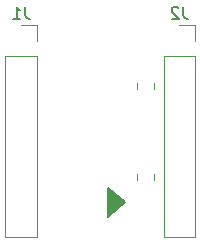
<source format=gbr>
%TF.GenerationSoftware,KiCad,Pcbnew,8.0.4*%
%TF.CreationDate,2024-09-16T17:08:54-03:00*%
%TF.ProjectId,PCBWay-Module_TA6586,50434257-6179-42d4-9d6f-64756c655f54,rev?*%
%TF.SameCoordinates,Original*%
%TF.FileFunction,Legend,Bot*%
%TF.FilePolarity,Positive*%
%FSLAX46Y46*%
G04 Gerber Fmt 4.6, Leading zero omitted, Abs format (unit mm)*
G04 Created by KiCad (PCBNEW 8.0.4) date 2024-09-16 17:08:54*
%MOMM*%
%LPD*%
G01*
G04 APERTURE LIST*
%ADD10C,0.200000*%
%ADD11C,0.150000*%
%ADD12C,0.120000*%
G04 APERTURE END LIST*
D10*
X148800000Y-83175000D02*
X147336678Y-84425000D01*
X147336678Y-81925000D01*
X148800000Y-83175000D01*
G36*
X148800000Y-83175000D02*
G01*
X147336678Y-84425000D01*
X147336678Y-81925000D01*
X148800000Y-83175000D01*
G37*
D11*
X140333333Y-66624819D02*
X140333333Y-67339104D01*
X140333333Y-67339104D02*
X140380952Y-67481961D01*
X140380952Y-67481961D02*
X140476190Y-67577200D01*
X140476190Y-67577200D02*
X140619047Y-67624819D01*
X140619047Y-67624819D02*
X140714285Y-67624819D01*
X139333333Y-67624819D02*
X139904761Y-67624819D01*
X139619047Y-67624819D02*
X139619047Y-66624819D01*
X139619047Y-66624819D02*
X139714285Y-66767676D01*
X139714285Y-66767676D02*
X139809523Y-66862914D01*
X139809523Y-66862914D02*
X139904761Y-66910533D01*
X153733333Y-66624819D02*
X153733333Y-67339104D01*
X153733333Y-67339104D02*
X153780952Y-67481961D01*
X153780952Y-67481961D02*
X153876190Y-67577200D01*
X153876190Y-67577200D02*
X154019047Y-67624819D01*
X154019047Y-67624819D02*
X154114285Y-67624819D01*
X153304761Y-66720057D02*
X153257142Y-66672438D01*
X153257142Y-66672438D02*
X153161904Y-66624819D01*
X153161904Y-66624819D02*
X152923809Y-66624819D01*
X152923809Y-66624819D02*
X152828571Y-66672438D01*
X152828571Y-66672438D02*
X152780952Y-66720057D01*
X152780952Y-66720057D02*
X152733333Y-66815295D01*
X152733333Y-66815295D02*
X152733333Y-66910533D01*
X152733333Y-66910533D02*
X152780952Y-67053390D01*
X152780952Y-67053390D02*
X153352380Y-67624819D01*
X153352380Y-67624819D02*
X152733333Y-67624819D01*
D12*
%TO.C,J1*%
X138670000Y-70770000D02*
X141330000Y-70770000D01*
X138670000Y-86070000D02*
X138670000Y-70770000D01*
X138670000Y-86070000D02*
X141330000Y-86070000D01*
X140000000Y-68170000D02*
X141330000Y-68170000D01*
X141330000Y-68170000D02*
X141330000Y-69500000D01*
X141330000Y-86070000D02*
X141330000Y-70770000D01*
%TO.C,C1*%
X149815000Y-73038748D02*
X149815000Y-73561252D01*
X151285000Y-73038748D02*
X151285000Y-73561252D01*
%TO.C,C2*%
X149815000Y-80788748D02*
X149815000Y-81311252D01*
X151285000Y-80788748D02*
X151285000Y-81311252D01*
%TO.C,J2*%
X152070000Y-70770000D02*
X154730000Y-70770000D01*
X152070000Y-86070000D02*
X152070000Y-70770000D01*
X152070000Y-86070000D02*
X154730000Y-86070000D01*
X153400000Y-68170000D02*
X154730000Y-68170000D01*
X154730000Y-68170000D02*
X154730000Y-69500000D01*
X154730000Y-86070000D02*
X154730000Y-70770000D01*
%TD*%
M02*

</source>
